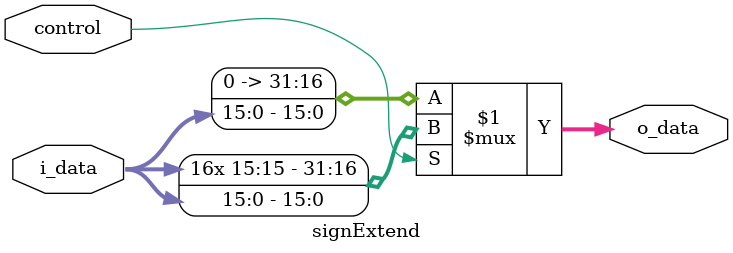
<source format=v>
module signExtend(i_data, o_data, control);
input   [15:0]  i_data;
input   control;
output  [31:0]  o_data;

    assign o_data = control ? { {16{i_data[15]}} ,i_data } : { 16'b0000_0000_0000_0000, i_data };
endmodule
</source>
